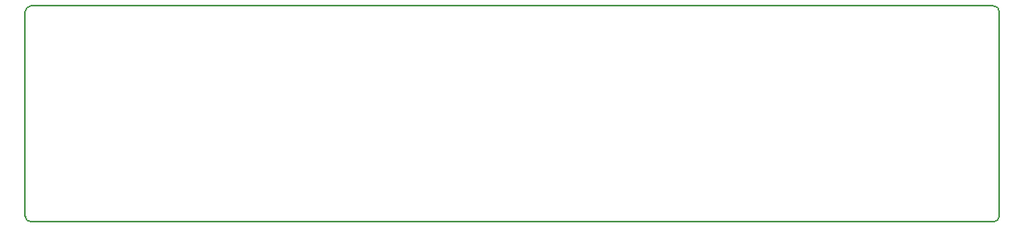
<source format=gbr>
G04 (created by PCBNEW (2013-03-19 BZR 4004)-stable) date 13/06/2016 15:20:47*
%MOIN*%
G04 Gerber Fmt 3.4, Leading zero omitted, Abs format*
%FSLAX34Y34*%
G01*
G70*
G90*
G04 APERTURE LIST*
%ADD10C,0.006*%
%ADD11C,0.00590551*%
G04 APERTURE END LIST*
G54D10*
G54D11*
X250Y-9000D02*
G75*
G03X500Y-9250I250J0D01*
G74*
G01*
X500Y-250D02*
G75*
G03X250Y-500I0J-250D01*
G74*
G01*
X40750Y-500D02*
G75*
G03X40500Y-250I-250J0D01*
G74*
G01*
X40500Y-9250D02*
G75*
G03X40750Y-9000I0J250D01*
G74*
G01*
X500Y-9250D02*
X40500Y-9250D01*
X250Y-500D02*
X250Y-9000D01*
X40500Y-250D02*
X500Y-250D01*
X40750Y-9000D02*
X40750Y-500D01*
M02*

</source>
